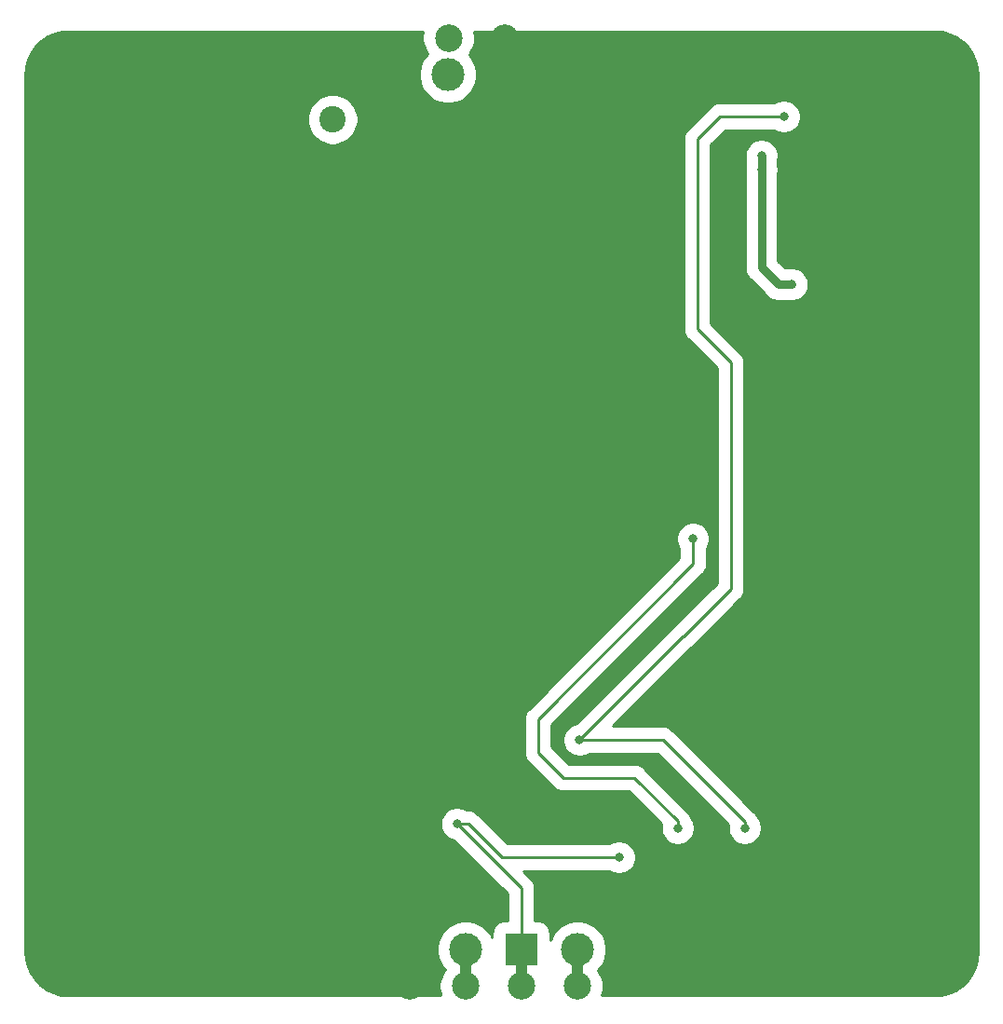
<source format=gbr>
G04 #@! TF.GenerationSoftware,KiCad,Pcbnew,(5.1.5)-3*
G04 #@! TF.CreationDate,2020-11-04T13:08:40-03:00*
G04 #@! TF.ProjectId,li-ion-backup,6c692d69-6f6e-42d6-9261-636b75702e6b,rev?*
G04 #@! TF.SameCoordinates,Original*
G04 #@! TF.FileFunction,Copper,L2,Bot*
G04 #@! TF.FilePolarity,Positive*
%FSLAX46Y46*%
G04 Gerber Fmt 4.6, Leading zero omitted, Abs format (unit mm)*
G04 Created by KiCad (PCBNEW (5.1.5)-3) date 2020-11-04 13:08:40*
%MOMM*%
%LPD*%
G04 APERTURE LIST*
%ADD10C,2.500000*%
%ADD11C,3.000000*%
%ADD12R,3.000000X3.000000*%
%ADD13C,2.400000*%
%ADD14C,0.800000*%
%ADD15C,6.400000*%
%ADD16C,0.150000*%
%ADD17C,0.500000*%
%ADD18C,1.000000*%
%ADD19C,0.250000*%
%ADD20C,0.750000*%
%ADD21C,0.254000*%
G04 APERTURE END LIST*
D10*
X203708000Y-146812000D03*
X198628000Y-146812000D03*
D11*
X203755000Y-143510000D03*
D12*
X198628000Y-143510000D03*
D13*
X181483000Y-68072000D03*
D10*
X193548000Y-146812000D03*
X188468000Y-146812000D03*
D11*
X193595000Y-143510000D03*
D12*
X188468000Y-143510000D03*
D10*
X192024000Y-60706000D03*
X197104000Y-60706000D03*
D11*
X191977000Y-64008000D03*
D12*
X197104000Y-64008000D03*
D14*
X159177056Y-62310944D03*
X157480000Y-61608000D03*
X155782944Y-62310944D03*
X155080000Y-64008000D03*
X155782944Y-65705056D03*
X157480000Y-66408000D03*
X159177056Y-65705056D03*
X159880000Y-64008000D03*
D15*
X157480000Y-64008000D03*
D14*
X159177056Y-114761944D03*
X157480000Y-114059000D03*
X155782944Y-114761944D03*
X155080000Y-116459000D03*
X155782944Y-118156056D03*
X157480000Y-118859000D03*
X159177056Y-118156056D03*
X159880000Y-116459000D03*
D15*
X157480000Y-116459000D03*
D14*
X237917056Y-62310944D03*
X236220000Y-61608000D03*
X234522944Y-62310944D03*
X233820000Y-64008000D03*
X234522944Y-65705056D03*
X236220000Y-66408000D03*
X237917056Y-65705056D03*
X238620000Y-64008000D03*
D15*
X236220000Y-64008000D03*
D14*
X237917056Y-142066944D03*
X236220000Y-141364000D03*
X234522944Y-142066944D03*
X233820000Y-143764000D03*
X234522944Y-145461056D03*
X236220000Y-146164000D03*
X237917056Y-145461056D03*
X238620000Y-143764000D03*
D15*
X236220000Y-143764000D03*
D14*
X159177056Y-142066944D03*
X157480000Y-141364000D03*
X155782944Y-142066944D03*
X155080000Y-143764000D03*
X155782944Y-145461056D03*
X157480000Y-146164000D03*
X159177056Y-145461056D03*
X159880000Y-143764000D03*
D15*
X157480000Y-143764000D03*
D14*
X159177056Y-89742944D03*
X157480000Y-89040000D03*
X155782944Y-89742944D03*
X155080000Y-91440000D03*
X155782944Y-93137056D03*
X157480000Y-93840000D03*
X159177056Y-93137056D03*
X159880000Y-91440000D03*
D15*
X157480000Y-91440000D03*
D14*
X237917056Y-114761944D03*
X236220000Y-114059000D03*
X234522944Y-114761944D03*
X233820000Y-116459000D03*
X234522944Y-118156056D03*
X236220000Y-118859000D03*
X237917056Y-118156056D03*
X238620000Y-116459000D03*
D15*
X236220000Y-116459000D03*
X236220000Y-91440000D03*
D14*
X238620000Y-91440000D03*
X237917056Y-93137056D03*
X236220000Y-93840000D03*
X234522944Y-93137056D03*
X233820000Y-91440000D03*
X234522944Y-89742944D03*
X236220000Y-89040000D03*
X237917056Y-89742944D03*
G04 #@! TA.AperFunction,Conductor*
D16*
G36*
X194780504Y-99951204D02*
G01*
X194804773Y-99954804D01*
X194828571Y-99960765D01*
X194851671Y-99969030D01*
X194873849Y-99979520D01*
X194894893Y-99992133D01*
X194914598Y-100006747D01*
X194932777Y-100023223D01*
X194949253Y-100041402D01*
X194963867Y-100061107D01*
X194976480Y-100082151D01*
X194986970Y-100104329D01*
X194995235Y-100127429D01*
X195001196Y-100151227D01*
X195004796Y-100175496D01*
X195006000Y-100200000D01*
X195006000Y-103000000D01*
X195004796Y-103024504D01*
X195001196Y-103048773D01*
X194995235Y-103072571D01*
X194986970Y-103095671D01*
X194976480Y-103117849D01*
X194963867Y-103138893D01*
X194949253Y-103158598D01*
X194932777Y-103176777D01*
X194914598Y-103193253D01*
X194894893Y-103207867D01*
X194873849Y-103220480D01*
X194851671Y-103230970D01*
X194828571Y-103239235D01*
X194804773Y-103245196D01*
X194780504Y-103248796D01*
X194756000Y-103250000D01*
X193356000Y-103250000D01*
X193331496Y-103248796D01*
X193307227Y-103245196D01*
X193283429Y-103239235D01*
X193260329Y-103230970D01*
X193238151Y-103220480D01*
X193217107Y-103207867D01*
X193197402Y-103193253D01*
X193179223Y-103176777D01*
X193162747Y-103158598D01*
X193148133Y-103138893D01*
X193135520Y-103117849D01*
X193125030Y-103095671D01*
X193116765Y-103072571D01*
X193110804Y-103048773D01*
X193107204Y-103024504D01*
X193106000Y-103000000D01*
X193106000Y-100200000D01*
X193107204Y-100175496D01*
X193110804Y-100151227D01*
X193116765Y-100127429D01*
X193125030Y-100104329D01*
X193135520Y-100082151D01*
X193148133Y-100061107D01*
X193162747Y-100041402D01*
X193179223Y-100023223D01*
X193197402Y-100006747D01*
X193217107Y-99992133D01*
X193238151Y-99979520D01*
X193260329Y-99969030D01*
X193283429Y-99960765D01*
X193307227Y-99954804D01*
X193331496Y-99951204D01*
X193356000Y-99950000D01*
X194756000Y-99950000D01*
X194780504Y-99951204D01*
G37*
G04 #@! TD.AperFunction*
D17*
X194756000Y-103000000D03*
X193356000Y-103000000D03*
X194756000Y-101600000D03*
X193356000Y-101600000D03*
X194756000Y-100200000D03*
X193356000Y-100200000D03*
D14*
X194056000Y-93726000D03*
X192024000Y-121158000D03*
X238252000Y-71120000D03*
X238252000Y-72390000D03*
X238252000Y-73660000D03*
X238252000Y-74930000D03*
X238252000Y-76200000D03*
X238252000Y-77470000D03*
X238252000Y-78740000D03*
X238252000Y-80010000D03*
X239522000Y-80010000D03*
X239522000Y-78740000D03*
X239522000Y-77470000D03*
X239522000Y-76200000D03*
X239522000Y-74930000D03*
X239522000Y-73660000D03*
X239522000Y-72390000D03*
X239522000Y-71120000D03*
X235712000Y-68326000D03*
X236982000Y-68326000D03*
X239522000Y-69596000D03*
X233172000Y-68326000D03*
X238252000Y-69596000D03*
X239522000Y-68326000D03*
X238252000Y-68326000D03*
X234442000Y-68326000D03*
X234442000Y-69596000D03*
X233172000Y-69596000D03*
X236982000Y-69596000D03*
X235712000Y-69596000D03*
X239522000Y-81534000D03*
X236982000Y-82804000D03*
X235712000Y-81534000D03*
X234442000Y-82804000D03*
X238252000Y-82804000D03*
X233172000Y-81534000D03*
X233172000Y-82804000D03*
X236982000Y-81534000D03*
X235712000Y-82804000D03*
X238252000Y-81534000D03*
X234442000Y-81534000D03*
X239522000Y-82804000D03*
X233172000Y-85344000D03*
X238252000Y-85344000D03*
X238252000Y-84074000D03*
X233172000Y-84074000D03*
X239522000Y-85344000D03*
X239522000Y-84074000D03*
X236982000Y-85344000D03*
X235712000Y-85344000D03*
X236982000Y-84074000D03*
X235712000Y-84074000D03*
X234442000Y-85344000D03*
X234442000Y-84074000D03*
X236982000Y-86614000D03*
X234442000Y-96774000D03*
X234442000Y-86614000D03*
X239522000Y-86614000D03*
X238252000Y-86614000D03*
X233172000Y-96774000D03*
X238252000Y-96774000D03*
X236982000Y-96774000D03*
X235712000Y-86614000D03*
X235712000Y-96774000D03*
X233172000Y-86614000D03*
X239522000Y-96774000D03*
X236982000Y-98044000D03*
X234442000Y-99314000D03*
X234442000Y-98044000D03*
X239522000Y-98044000D03*
X239522000Y-100584000D03*
X233172000Y-101854000D03*
X236982000Y-101854000D03*
X238252000Y-100584000D03*
X238252000Y-98044000D03*
X233172000Y-99314000D03*
X238252000Y-99314000D03*
X238252000Y-101854000D03*
X236982000Y-100584000D03*
X236982000Y-99314000D03*
X235712000Y-98044000D03*
X239522000Y-101854000D03*
X234442000Y-100584000D03*
X235712000Y-99314000D03*
X235712000Y-100584000D03*
X235712000Y-101854000D03*
X233172000Y-98044000D03*
X234442000Y-101854000D03*
X233172000Y-100584000D03*
X239522000Y-99314000D03*
X236982000Y-103124000D03*
X234442000Y-104394000D03*
X234442000Y-103124000D03*
X239522000Y-103124000D03*
X239522000Y-105664000D03*
X233172000Y-106934000D03*
X236982000Y-106934000D03*
X238252000Y-105664000D03*
X238252000Y-103124000D03*
X233172000Y-104394000D03*
X238252000Y-104394000D03*
X238252000Y-106934000D03*
X236982000Y-105664000D03*
X236982000Y-104394000D03*
X235712000Y-103124000D03*
X239522000Y-106934000D03*
X234442000Y-105664000D03*
X235712000Y-104394000D03*
X235712000Y-105664000D03*
X235712000Y-106934000D03*
X233172000Y-103124000D03*
X234442000Y-106934000D03*
X233172000Y-105664000D03*
X239522000Y-104394000D03*
X233172000Y-109474000D03*
X239522000Y-109474000D03*
X239522000Y-110744000D03*
X235712000Y-109474000D03*
X233172000Y-121158000D03*
X236982000Y-121158000D03*
X236982000Y-109474000D03*
X236982000Y-108204000D03*
X234442000Y-121158000D03*
X235712000Y-110744000D03*
X238252000Y-108204000D03*
X235712000Y-121158000D03*
X233172000Y-110744000D03*
X236982000Y-110744000D03*
X238252000Y-110744000D03*
X233172000Y-108204000D03*
X239522000Y-108204000D03*
X234442000Y-108204000D03*
X238252000Y-121158000D03*
X234442000Y-110744000D03*
X238252000Y-109474000D03*
X234442000Y-109474000D03*
X235712000Y-108204000D03*
X239522000Y-121158000D03*
X236982000Y-124968000D03*
X236982000Y-122428000D03*
X239522000Y-130048000D03*
X233172000Y-122428000D03*
X234442000Y-128778000D03*
X235712000Y-123698000D03*
X238252000Y-124968000D03*
X239522000Y-127508000D03*
X235712000Y-126238000D03*
X235712000Y-128778000D03*
X238252000Y-130048000D03*
X235712000Y-122428000D03*
X239522000Y-123698000D03*
X236982000Y-126238000D03*
X239522000Y-122428000D03*
X233172000Y-128778000D03*
X233172000Y-127508000D03*
X236982000Y-127508000D03*
X233172000Y-126238000D03*
X238252000Y-127508000D03*
X234442000Y-122428000D03*
X236982000Y-123698000D03*
X235712000Y-130048000D03*
X234442000Y-123698000D03*
X235712000Y-127508000D03*
X236982000Y-130048000D03*
X233172000Y-123698000D03*
X234442000Y-130048000D03*
X238252000Y-122428000D03*
X233172000Y-130048000D03*
X238252000Y-123698000D03*
X239522000Y-126238000D03*
X236982000Y-128778000D03*
X239522000Y-124968000D03*
X234442000Y-124968000D03*
X238252000Y-126238000D03*
X234442000Y-127508000D03*
X235712000Y-124968000D03*
X233172000Y-124968000D03*
X239522000Y-128778000D03*
X234442000Y-126238000D03*
X238252000Y-128778000D03*
X197865996Y-89662000D03*
X199644000Y-86106000D03*
X161036000Y-106426000D03*
X160782000Y-122428000D03*
X203454000Y-83312000D03*
X201422000Y-91440000D03*
X196596000Y-127520000D03*
X205613000Y-129921000D03*
X212852000Y-132461000D03*
X214249000Y-106172000D03*
X223244000Y-83058000D03*
X221996000Y-83058000D03*
X220472000Y-72644000D03*
X220472000Y-71374000D03*
X203945500Y-124460000D03*
X222504000Y-67818000D03*
X218948000Y-132461000D03*
X192786000Y-132080000D03*
X207518000Y-135128000D03*
D18*
X203708000Y-146812000D02*
X203708000Y-143510000D01*
X193548000Y-146812000D02*
X193548000Y-143510000D01*
D19*
X214249000Y-106172000D02*
X214249000Y-106172000D01*
X200152000Y-122555000D02*
X214249000Y-108458000D01*
X214249000Y-108458000D02*
X214249000Y-106172000D01*
X212852000Y-132461000D02*
X212852000Y-131826000D01*
X202438000Y-127889000D02*
X200152000Y-125603000D01*
X212852000Y-131826000D02*
X208915000Y-127889000D01*
X208915000Y-127889000D02*
X202438000Y-127889000D01*
X200152000Y-125603000D02*
X200152000Y-122555000D01*
D20*
X221996000Y-83058000D02*
X223244000Y-83058000D01*
X221996000Y-83058000D02*
X220472000Y-81534000D01*
X220472000Y-72644000D02*
X220472000Y-71374000D01*
X220472000Y-71939685D02*
X220472000Y-71374000D01*
X220472000Y-81534000D02*
X220472000Y-71939685D01*
D19*
X222504000Y-67818000D02*
X222504000Y-67818000D01*
X214630000Y-69850000D02*
X216662000Y-67818000D01*
X214630000Y-87122000D02*
X214630000Y-69850000D01*
X216662000Y-67818000D02*
X222504000Y-67818000D01*
X217678000Y-110744000D02*
X217678000Y-90170000D01*
X213360000Y-115062000D02*
X217678000Y-110744000D01*
X213343500Y-115062000D02*
X213360000Y-115062000D01*
X203945500Y-124460000D02*
X213343500Y-115062000D01*
X217678000Y-90170000D02*
X214630000Y-87122000D01*
X204511185Y-124460000D02*
X203945500Y-124460000D01*
X211512685Y-124460000D02*
X204511185Y-124460000D01*
X218948000Y-131895315D02*
X211512685Y-124460000D01*
X218948000Y-132461000D02*
X218948000Y-131895315D01*
D18*
X198628000Y-146812000D02*
X198628000Y-143510000D01*
D19*
X198628000Y-143510000D02*
X198628000Y-137922000D01*
X198628000Y-137922000D02*
X192786000Y-132080000D01*
X192786000Y-132080000D02*
X192786000Y-132080000D01*
X207518000Y-135128000D02*
X196850000Y-135128000D01*
X193802000Y-132080000D02*
X192786000Y-132080000D01*
X196850000Y-135128000D02*
X193802000Y-132080000D01*
D21*
G36*
X189647000Y-60471886D02*
G01*
X189647000Y-60940114D01*
X189738347Y-61399345D01*
X189917530Y-61831932D01*
X190125973Y-62143888D01*
X189936476Y-62333385D01*
X189648983Y-62763649D01*
X189450954Y-63241732D01*
X189350000Y-63749263D01*
X189350000Y-64266737D01*
X189450954Y-64774268D01*
X189648983Y-65252351D01*
X189936476Y-65682615D01*
X190302385Y-66048524D01*
X190732649Y-66336017D01*
X191210732Y-66534046D01*
X191718263Y-66635000D01*
X192235737Y-66635000D01*
X192743268Y-66534046D01*
X193221351Y-66336017D01*
X193651615Y-66048524D01*
X194017524Y-65682615D01*
X194305017Y-65252351D01*
X194503046Y-64774268D01*
X194604000Y-64266737D01*
X194604000Y-63749263D01*
X194503046Y-63241732D01*
X194305017Y-62763649D01*
X194017524Y-62333385D01*
X193884376Y-62200237D01*
X194130470Y-61831932D01*
X194309653Y-61399345D01*
X194401000Y-60940114D01*
X194401000Y-60471886D01*
X194323049Y-60080000D01*
X236168699Y-60080000D01*
X236914777Y-60146585D01*
X237587592Y-60330647D01*
X238217183Y-60630947D01*
X238783646Y-61037991D01*
X239269070Y-61538910D01*
X239658120Y-62117877D01*
X239938496Y-62756589D01*
X240103459Y-63443715D01*
X240148000Y-64050239D01*
X240148001Y-143712688D01*
X240081414Y-144458778D01*
X239897354Y-145131591D01*
X239597052Y-145761186D01*
X239190009Y-146327646D01*
X238689090Y-146813070D01*
X238110120Y-147202122D01*
X237471411Y-147482496D01*
X236784285Y-147647459D01*
X236177761Y-147692000D01*
X205916338Y-147692000D01*
X205993653Y-147505345D01*
X206085000Y-147046114D01*
X206085000Y-146577886D01*
X205993653Y-146118655D01*
X205814470Y-145686068D01*
X205606027Y-145374112D01*
X205795524Y-145184615D01*
X206083017Y-144754351D01*
X206281046Y-144276268D01*
X206382000Y-143768737D01*
X206382000Y-143251263D01*
X206281046Y-142743732D01*
X206083017Y-142265649D01*
X205795524Y-141835385D01*
X205429615Y-141469476D01*
X204999351Y-141181983D01*
X204521268Y-140983954D01*
X204013737Y-140883000D01*
X203496263Y-140883000D01*
X202988732Y-140983954D01*
X202510649Y-141181983D01*
X202080385Y-141469476D01*
X201714476Y-141835385D01*
X201426983Y-142265649D01*
X201260453Y-142667687D01*
X201260453Y-142010000D01*
X201238693Y-141789069D01*
X201174250Y-141576629D01*
X201069600Y-141380843D01*
X200928765Y-141209235D01*
X200757157Y-141068400D01*
X200561371Y-140963750D01*
X200348931Y-140899307D01*
X200128000Y-140877547D01*
X199880000Y-140877547D01*
X199880000Y-137983496D01*
X199886057Y-137922000D01*
X199880000Y-137860502D01*
X199861884Y-137676565D01*
X199790293Y-137440562D01*
X199674036Y-137223061D01*
X199517581Y-137032419D01*
X199469808Y-136993213D01*
X198856595Y-136380000D01*
X206643222Y-136380000D01*
X206794694Y-136481210D01*
X207072590Y-136596319D01*
X207367604Y-136655000D01*
X207668396Y-136655000D01*
X207963410Y-136596319D01*
X208241306Y-136481210D01*
X208491406Y-136314099D01*
X208704099Y-136101406D01*
X208871210Y-135851306D01*
X208986319Y-135573410D01*
X209045000Y-135278396D01*
X209045000Y-134977604D01*
X208986319Y-134682590D01*
X208871210Y-134404694D01*
X208704099Y-134154594D01*
X208491406Y-133941901D01*
X208241306Y-133774790D01*
X207963410Y-133659681D01*
X207668396Y-133601000D01*
X207367604Y-133601000D01*
X207072590Y-133659681D01*
X206794694Y-133774790D01*
X206643222Y-133876000D01*
X197368595Y-133876000D01*
X194730787Y-131238192D01*
X194691581Y-131190419D01*
X194500939Y-131033964D01*
X194283438Y-130917707D01*
X194047435Y-130846116D01*
X193863498Y-130828000D01*
X193863496Y-130828000D01*
X193802000Y-130821943D01*
X193740504Y-130828000D01*
X193660778Y-130828000D01*
X193509306Y-130726790D01*
X193231410Y-130611681D01*
X192936396Y-130553000D01*
X192635604Y-130553000D01*
X192340590Y-130611681D01*
X192062694Y-130726790D01*
X191812594Y-130893901D01*
X191599901Y-131106594D01*
X191432790Y-131356694D01*
X191317681Y-131634590D01*
X191259000Y-131929604D01*
X191259000Y-132230396D01*
X191317681Y-132525410D01*
X191432790Y-132803306D01*
X191599901Y-133053406D01*
X191812594Y-133266099D01*
X192062694Y-133433210D01*
X192340590Y-133548319D01*
X192519264Y-133583859D01*
X197376001Y-138440596D01*
X197376000Y-140877547D01*
X197128000Y-140877547D01*
X196907069Y-140899307D01*
X196694629Y-140963750D01*
X196498843Y-141068400D01*
X196327235Y-141209235D01*
X196186400Y-141380843D01*
X196081750Y-141576629D01*
X196017307Y-141789069D01*
X195995547Y-142010000D01*
X195995547Y-142440751D01*
X195923017Y-142265649D01*
X195635524Y-141835385D01*
X195269615Y-141469476D01*
X194839351Y-141181983D01*
X194361268Y-140983954D01*
X193853737Y-140883000D01*
X193336263Y-140883000D01*
X192828732Y-140983954D01*
X192350649Y-141181983D01*
X191920385Y-141469476D01*
X191554476Y-141835385D01*
X191266983Y-142265649D01*
X191068954Y-142743732D01*
X190968000Y-143251263D01*
X190968000Y-143768737D01*
X191068954Y-144276268D01*
X191266983Y-144754351D01*
X191554476Y-145184615D01*
X191687624Y-145317763D01*
X191441530Y-145686068D01*
X191262347Y-146118655D01*
X191171000Y-146577886D01*
X191171000Y-147046114D01*
X191262347Y-147505345D01*
X191339662Y-147692000D01*
X157531301Y-147692000D01*
X156785222Y-147625414D01*
X156112409Y-147441354D01*
X155482814Y-147141052D01*
X154916354Y-146734009D01*
X154430930Y-146233090D01*
X154041878Y-145654120D01*
X153761504Y-145015411D01*
X153596541Y-144328285D01*
X153552000Y-143721761D01*
X153552000Y-122555000D01*
X198893943Y-122555000D01*
X198900001Y-122616505D01*
X198900000Y-125541504D01*
X198893943Y-125603000D01*
X198900000Y-125664496D01*
X198900000Y-125664497D01*
X198918116Y-125848434D01*
X198989707Y-126084437D01*
X199105964Y-126301938D01*
X199262419Y-126492581D01*
X199310192Y-126531787D01*
X201509216Y-128730812D01*
X201548419Y-128778581D01*
X201596187Y-128817783D01*
X201739060Y-128935036D01*
X201956562Y-129051293D01*
X202192565Y-129122884D01*
X202376502Y-129141000D01*
X202376503Y-129141000D01*
X202437999Y-129147057D01*
X202499495Y-129141000D01*
X208396405Y-129141000D01*
X211364985Y-132109580D01*
X211325000Y-132310604D01*
X211325000Y-132611396D01*
X211383681Y-132906410D01*
X211498790Y-133184306D01*
X211665901Y-133434406D01*
X211878594Y-133647099D01*
X212128694Y-133814210D01*
X212406590Y-133929319D01*
X212701604Y-133988000D01*
X213002396Y-133988000D01*
X213297410Y-133929319D01*
X213575306Y-133814210D01*
X213825406Y-133647099D01*
X214038099Y-133434406D01*
X214205210Y-133184306D01*
X214320319Y-132906410D01*
X214379000Y-132611396D01*
X214379000Y-132310604D01*
X214320319Y-132015590D01*
X214205210Y-131737694D01*
X214073963Y-131541269D01*
X214014293Y-131344562D01*
X213898036Y-131127061D01*
X213741581Y-130936419D01*
X213693808Y-130897213D01*
X209843787Y-127047192D01*
X209804581Y-126999419D01*
X209613939Y-126842964D01*
X209396438Y-126726707D01*
X209160435Y-126655116D01*
X208976498Y-126637000D01*
X208976496Y-126637000D01*
X208915000Y-126630943D01*
X208853504Y-126637000D01*
X202956596Y-126637000D01*
X201404000Y-125084405D01*
X201404000Y-124309604D01*
X202418500Y-124309604D01*
X202418500Y-124610396D01*
X202477181Y-124905410D01*
X202592290Y-125183306D01*
X202759401Y-125433406D01*
X202972094Y-125646099D01*
X203222194Y-125813210D01*
X203500090Y-125928319D01*
X203795104Y-125987000D01*
X204095896Y-125987000D01*
X204390910Y-125928319D01*
X204668806Y-125813210D01*
X204820278Y-125712000D01*
X210994090Y-125712000D01*
X217449485Y-132167396D01*
X217421000Y-132310604D01*
X217421000Y-132611396D01*
X217479681Y-132906410D01*
X217594790Y-133184306D01*
X217761901Y-133434406D01*
X217974594Y-133647099D01*
X218224694Y-133814210D01*
X218502590Y-133929319D01*
X218797604Y-133988000D01*
X219098396Y-133988000D01*
X219393410Y-133929319D01*
X219671306Y-133814210D01*
X219921406Y-133647099D01*
X220134099Y-133434406D01*
X220301210Y-133184306D01*
X220416319Y-132906410D01*
X220475000Y-132611396D01*
X220475000Y-132310604D01*
X220416319Y-132015590D01*
X220301210Y-131737694D01*
X220134099Y-131487594D01*
X220132026Y-131485521D01*
X220110293Y-131413878D01*
X220110293Y-131413877D01*
X219994036Y-131196375D01*
X219876783Y-131053502D01*
X219837581Y-131005734D01*
X219789813Y-130966532D01*
X212441472Y-123618192D01*
X212402266Y-123570419D01*
X212211624Y-123413964D01*
X211994123Y-123297707D01*
X211758120Y-123226116D01*
X211574183Y-123208000D01*
X211574181Y-123208000D01*
X211512685Y-123201943D01*
X211451189Y-123208000D01*
X206968095Y-123208000D01*
X214109802Y-116066294D01*
X214249581Y-115951581D01*
X214288787Y-115903808D01*
X218519814Y-111672782D01*
X218567581Y-111633581D01*
X218606783Y-111585813D01*
X218724036Y-111442940D01*
X218840293Y-111225438D01*
X218840293Y-111225437D01*
X218911884Y-110989435D01*
X218930000Y-110805498D01*
X218930000Y-110805497D01*
X218936057Y-110744001D01*
X218930000Y-110682505D01*
X218930000Y-90231496D01*
X218936057Y-90170000D01*
X218930000Y-90108502D01*
X218911884Y-89924565D01*
X218840293Y-89688562D01*
X218724036Y-89471061D01*
X218567581Y-89280419D01*
X218519808Y-89241213D01*
X215882000Y-86603405D01*
X215882000Y-71223604D01*
X218945000Y-71223604D01*
X218945000Y-71524396D01*
X218970000Y-71650081D01*
X218970000Y-72367919D01*
X218945000Y-72493604D01*
X218945000Y-72794396D01*
X218970001Y-72920086D01*
X218970000Y-81460216D01*
X218962733Y-81534000D01*
X218970000Y-81607782D01*
X218991733Y-81828442D01*
X219077619Y-82111570D01*
X219217090Y-82372503D01*
X219404787Y-82601213D01*
X219462109Y-82648256D01*
X220738706Y-83924854D01*
X220809901Y-84031406D01*
X221022594Y-84244099D01*
X221272694Y-84411210D01*
X221550590Y-84526319D01*
X221845604Y-84585000D01*
X222146396Y-84585000D01*
X222272081Y-84560000D01*
X222967919Y-84560000D01*
X223093604Y-84585000D01*
X223394396Y-84585000D01*
X223689410Y-84526319D01*
X223967306Y-84411210D01*
X224217406Y-84244099D01*
X224430099Y-84031406D01*
X224597210Y-83781306D01*
X224712319Y-83503410D01*
X224771000Y-83208396D01*
X224771000Y-82907604D01*
X224712319Y-82612590D01*
X224597210Y-82334694D01*
X224430099Y-82084594D01*
X224217406Y-81871901D01*
X223967306Y-81704790D01*
X223689410Y-81589681D01*
X223394396Y-81531000D01*
X223093604Y-81531000D01*
X222967919Y-81556000D01*
X222618148Y-81556000D01*
X221974000Y-80911852D01*
X221974000Y-72920081D01*
X221999000Y-72794396D01*
X221999000Y-72493604D01*
X221974000Y-72367919D01*
X221974000Y-71650081D01*
X221999000Y-71524396D01*
X221999000Y-71223604D01*
X221940319Y-70928590D01*
X221825210Y-70650694D01*
X221658099Y-70400594D01*
X221445406Y-70187901D01*
X221195306Y-70020790D01*
X220917410Y-69905681D01*
X220622396Y-69847000D01*
X220321604Y-69847000D01*
X220026590Y-69905681D01*
X219748694Y-70020790D01*
X219498594Y-70187901D01*
X219285901Y-70400594D01*
X219118790Y-70650694D01*
X219003681Y-70928590D01*
X218945000Y-71223604D01*
X215882000Y-71223604D01*
X215882000Y-70368595D01*
X217180596Y-69070000D01*
X221629222Y-69070000D01*
X221780694Y-69171210D01*
X222058590Y-69286319D01*
X222353604Y-69345000D01*
X222654396Y-69345000D01*
X222949410Y-69286319D01*
X223227306Y-69171210D01*
X223477406Y-69004099D01*
X223690099Y-68791406D01*
X223857210Y-68541306D01*
X223972319Y-68263410D01*
X224031000Y-67968396D01*
X224031000Y-67667604D01*
X223972319Y-67372590D01*
X223857210Y-67094694D01*
X223690099Y-66844594D01*
X223477406Y-66631901D01*
X223227306Y-66464790D01*
X222949410Y-66349681D01*
X222654396Y-66291000D01*
X222353604Y-66291000D01*
X222058590Y-66349681D01*
X221780694Y-66464790D01*
X221629222Y-66566000D01*
X216723496Y-66566000D01*
X216662000Y-66559943D01*
X216600504Y-66566000D01*
X216600502Y-66566000D01*
X216416565Y-66584116D01*
X216180562Y-66655707D01*
X215963061Y-66771964D01*
X215772419Y-66928419D01*
X215733217Y-66976187D01*
X213788188Y-68921217D01*
X213740420Y-68960419D01*
X213701218Y-69008187D01*
X213701217Y-69008188D01*
X213583964Y-69151062D01*
X213467707Y-69368563D01*
X213396117Y-69604566D01*
X213371943Y-69850000D01*
X213378001Y-69911506D01*
X213378000Y-87060504D01*
X213371943Y-87122000D01*
X213378000Y-87183496D01*
X213378000Y-87183497D01*
X213396116Y-87367434D01*
X213467707Y-87603437D01*
X213583964Y-87820938D01*
X213740419Y-88011581D01*
X213788192Y-88050787D01*
X216426001Y-90688596D01*
X216426000Y-110225404D01*
X212593707Y-114057698D01*
X212501687Y-114133217D01*
X212453919Y-114172419D01*
X212414717Y-114220187D01*
X203678764Y-122956141D01*
X203500090Y-122991681D01*
X203222194Y-123106790D01*
X202972094Y-123273901D01*
X202759401Y-123486594D01*
X202592290Y-123736694D01*
X202477181Y-124014590D01*
X202418500Y-124309604D01*
X201404000Y-124309604D01*
X201404000Y-123073595D01*
X215090809Y-109386786D01*
X215138581Y-109347581D01*
X215295036Y-109156939D01*
X215411293Y-108939438D01*
X215482884Y-108703435D01*
X215501000Y-108519498D01*
X215501000Y-108519496D01*
X215507057Y-108458000D01*
X215501000Y-108396504D01*
X215501000Y-107046778D01*
X215602210Y-106895306D01*
X215717319Y-106617410D01*
X215776000Y-106322396D01*
X215776000Y-106021604D01*
X215717319Y-105726590D01*
X215602210Y-105448694D01*
X215435099Y-105198594D01*
X215222406Y-104985901D01*
X214972306Y-104818790D01*
X214694410Y-104703681D01*
X214399396Y-104645000D01*
X214098604Y-104645000D01*
X213803590Y-104703681D01*
X213525694Y-104818790D01*
X213275594Y-104985901D01*
X213062901Y-105198594D01*
X212895790Y-105448694D01*
X212780681Y-105726590D01*
X212722000Y-106021604D01*
X212722000Y-106322396D01*
X212780681Y-106617410D01*
X212895790Y-106895306D01*
X212997001Y-107046779D01*
X212997000Y-107939405D01*
X199310188Y-121626217D01*
X199262420Y-121665419D01*
X199223218Y-121713187D01*
X199223217Y-121713188D01*
X199105964Y-121856062D01*
X198989707Y-122073563D01*
X198918117Y-122309566D01*
X198893943Y-122555000D01*
X153552000Y-122555000D01*
X153552000Y-67842811D01*
X179156000Y-67842811D01*
X179156000Y-68301189D01*
X179245426Y-68750761D01*
X179420840Y-69174248D01*
X179675501Y-69555376D01*
X179999624Y-69879499D01*
X180380752Y-70134160D01*
X180804239Y-70309574D01*
X181253811Y-70399000D01*
X181712189Y-70399000D01*
X182161761Y-70309574D01*
X182585248Y-70134160D01*
X182966376Y-69879499D01*
X183290499Y-69555376D01*
X183545160Y-69174248D01*
X183720574Y-68750761D01*
X183810000Y-68301189D01*
X183810000Y-67842811D01*
X183720574Y-67393239D01*
X183545160Y-66969752D01*
X183290499Y-66588624D01*
X182966376Y-66264501D01*
X182585248Y-66009840D01*
X182161761Y-65834426D01*
X181712189Y-65745000D01*
X181253811Y-65745000D01*
X180804239Y-65834426D01*
X180380752Y-66009840D01*
X179999624Y-66264501D01*
X179675501Y-66588624D01*
X179420840Y-66969752D01*
X179245426Y-67393239D01*
X179156000Y-67842811D01*
X153552000Y-67842811D01*
X153552000Y-64059301D01*
X153618585Y-63313223D01*
X153802647Y-62640408D01*
X154102947Y-62010817D01*
X154509991Y-61444354D01*
X155010910Y-60958930D01*
X155589877Y-60569880D01*
X156228589Y-60289504D01*
X156915715Y-60124541D01*
X157522239Y-60080000D01*
X189724951Y-60080000D01*
X189647000Y-60471886D01*
G37*
X189647000Y-60471886D02*
X189647000Y-60940114D01*
X189738347Y-61399345D01*
X189917530Y-61831932D01*
X190125973Y-62143888D01*
X189936476Y-62333385D01*
X189648983Y-62763649D01*
X189450954Y-63241732D01*
X189350000Y-63749263D01*
X189350000Y-64266737D01*
X189450954Y-64774268D01*
X189648983Y-65252351D01*
X189936476Y-65682615D01*
X190302385Y-66048524D01*
X190732649Y-66336017D01*
X191210732Y-66534046D01*
X191718263Y-66635000D01*
X192235737Y-66635000D01*
X192743268Y-66534046D01*
X193221351Y-66336017D01*
X193651615Y-66048524D01*
X194017524Y-65682615D01*
X194305017Y-65252351D01*
X194503046Y-64774268D01*
X194604000Y-64266737D01*
X194604000Y-63749263D01*
X194503046Y-63241732D01*
X194305017Y-62763649D01*
X194017524Y-62333385D01*
X193884376Y-62200237D01*
X194130470Y-61831932D01*
X194309653Y-61399345D01*
X194401000Y-60940114D01*
X194401000Y-60471886D01*
X194323049Y-60080000D01*
X236168699Y-60080000D01*
X236914777Y-60146585D01*
X237587592Y-60330647D01*
X238217183Y-60630947D01*
X238783646Y-61037991D01*
X239269070Y-61538910D01*
X239658120Y-62117877D01*
X239938496Y-62756589D01*
X240103459Y-63443715D01*
X240148000Y-64050239D01*
X240148001Y-143712688D01*
X240081414Y-144458778D01*
X239897354Y-145131591D01*
X239597052Y-145761186D01*
X239190009Y-146327646D01*
X238689090Y-146813070D01*
X238110120Y-147202122D01*
X237471411Y-147482496D01*
X236784285Y-147647459D01*
X236177761Y-147692000D01*
X205916338Y-147692000D01*
X205993653Y-147505345D01*
X206085000Y-147046114D01*
X206085000Y-146577886D01*
X205993653Y-146118655D01*
X205814470Y-145686068D01*
X205606027Y-145374112D01*
X205795524Y-145184615D01*
X206083017Y-144754351D01*
X206281046Y-144276268D01*
X206382000Y-143768737D01*
X206382000Y-143251263D01*
X206281046Y-142743732D01*
X206083017Y-142265649D01*
X205795524Y-141835385D01*
X205429615Y-141469476D01*
X204999351Y-141181983D01*
X204521268Y-140983954D01*
X204013737Y-140883000D01*
X203496263Y-140883000D01*
X202988732Y-140983954D01*
X202510649Y-141181983D01*
X202080385Y-141469476D01*
X201714476Y-141835385D01*
X201426983Y-142265649D01*
X201260453Y-142667687D01*
X201260453Y-142010000D01*
X201238693Y-141789069D01*
X201174250Y-141576629D01*
X201069600Y-141380843D01*
X200928765Y-141209235D01*
X200757157Y-141068400D01*
X200561371Y-140963750D01*
X200348931Y-140899307D01*
X200128000Y-140877547D01*
X199880000Y-140877547D01*
X199880000Y-137983496D01*
X199886057Y-137922000D01*
X199880000Y-137860502D01*
X199861884Y-137676565D01*
X199790293Y-137440562D01*
X199674036Y-137223061D01*
X199517581Y-137032419D01*
X199469808Y-136993213D01*
X198856595Y-136380000D01*
X206643222Y-136380000D01*
X206794694Y-136481210D01*
X207072590Y-136596319D01*
X207367604Y-136655000D01*
X207668396Y-136655000D01*
X207963410Y-136596319D01*
X208241306Y-136481210D01*
X208491406Y-136314099D01*
X208704099Y-136101406D01*
X208871210Y-135851306D01*
X208986319Y-135573410D01*
X209045000Y-135278396D01*
X209045000Y-134977604D01*
X208986319Y-134682590D01*
X208871210Y-134404694D01*
X208704099Y-134154594D01*
X208491406Y-133941901D01*
X208241306Y-133774790D01*
X207963410Y-133659681D01*
X207668396Y-133601000D01*
X207367604Y-133601000D01*
X207072590Y-133659681D01*
X206794694Y-133774790D01*
X206643222Y-133876000D01*
X197368595Y-133876000D01*
X194730787Y-131238192D01*
X194691581Y-131190419D01*
X194500939Y-131033964D01*
X194283438Y-130917707D01*
X194047435Y-130846116D01*
X193863498Y-130828000D01*
X193863496Y-130828000D01*
X193802000Y-130821943D01*
X193740504Y-130828000D01*
X193660778Y-130828000D01*
X193509306Y-130726790D01*
X193231410Y-130611681D01*
X192936396Y-130553000D01*
X192635604Y-130553000D01*
X192340590Y-130611681D01*
X192062694Y-130726790D01*
X191812594Y-130893901D01*
X191599901Y-131106594D01*
X191432790Y-131356694D01*
X191317681Y-131634590D01*
X191259000Y-131929604D01*
X191259000Y-132230396D01*
X191317681Y-132525410D01*
X191432790Y-132803306D01*
X191599901Y-133053406D01*
X191812594Y-133266099D01*
X192062694Y-133433210D01*
X192340590Y-133548319D01*
X192519264Y-133583859D01*
X197376001Y-138440596D01*
X197376000Y-140877547D01*
X197128000Y-140877547D01*
X196907069Y-140899307D01*
X196694629Y-140963750D01*
X196498843Y-141068400D01*
X196327235Y-141209235D01*
X196186400Y-141380843D01*
X196081750Y-141576629D01*
X196017307Y-141789069D01*
X195995547Y-142010000D01*
X195995547Y-142440751D01*
X195923017Y-142265649D01*
X195635524Y-141835385D01*
X195269615Y-141469476D01*
X194839351Y-141181983D01*
X194361268Y-140983954D01*
X193853737Y-140883000D01*
X193336263Y-140883000D01*
X192828732Y-140983954D01*
X192350649Y-141181983D01*
X191920385Y-141469476D01*
X191554476Y-141835385D01*
X191266983Y-142265649D01*
X191068954Y-142743732D01*
X190968000Y-143251263D01*
X190968000Y-143768737D01*
X191068954Y-144276268D01*
X191266983Y-144754351D01*
X191554476Y-145184615D01*
X191687624Y-145317763D01*
X191441530Y-145686068D01*
X191262347Y-146118655D01*
X191171000Y-146577886D01*
X191171000Y-147046114D01*
X191262347Y-147505345D01*
X191339662Y-147692000D01*
X157531301Y-147692000D01*
X156785222Y-147625414D01*
X156112409Y-147441354D01*
X155482814Y-147141052D01*
X154916354Y-146734009D01*
X154430930Y-146233090D01*
X154041878Y-145654120D01*
X153761504Y-145015411D01*
X153596541Y-144328285D01*
X153552000Y-143721761D01*
X153552000Y-122555000D01*
X198893943Y-122555000D01*
X198900001Y-122616505D01*
X198900000Y-125541504D01*
X198893943Y-125603000D01*
X198900000Y-125664496D01*
X198900000Y-125664497D01*
X198918116Y-125848434D01*
X198989707Y-126084437D01*
X199105964Y-126301938D01*
X199262419Y-126492581D01*
X199310192Y-126531787D01*
X201509216Y-128730812D01*
X201548419Y-128778581D01*
X201596187Y-128817783D01*
X201739060Y-128935036D01*
X201956562Y-129051293D01*
X202192565Y-129122884D01*
X202376502Y-129141000D01*
X202376503Y-129141000D01*
X202437999Y-129147057D01*
X202499495Y-129141000D01*
X208396405Y-129141000D01*
X211364985Y-132109580D01*
X211325000Y-132310604D01*
X211325000Y-132611396D01*
X211383681Y-132906410D01*
X211498790Y-133184306D01*
X211665901Y-133434406D01*
X211878594Y-133647099D01*
X212128694Y-133814210D01*
X212406590Y-133929319D01*
X212701604Y-133988000D01*
X213002396Y-133988000D01*
X213297410Y-133929319D01*
X213575306Y-133814210D01*
X213825406Y-133647099D01*
X214038099Y-133434406D01*
X214205210Y-133184306D01*
X214320319Y-132906410D01*
X214379000Y-132611396D01*
X214379000Y-132310604D01*
X214320319Y-132015590D01*
X214205210Y-131737694D01*
X214073963Y-131541269D01*
X214014293Y-131344562D01*
X213898036Y-131127061D01*
X213741581Y-130936419D01*
X213693808Y-130897213D01*
X209843787Y-127047192D01*
X209804581Y-126999419D01*
X209613939Y-126842964D01*
X209396438Y-126726707D01*
X209160435Y-126655116D01*
X208976498Y-126637000D01*
X208976496Y-126637000D01*
X208915000Y-126630943D01*
X208853504Y-126637000D01*
X202956596Y-126637000D01*
X201404000Y-125084405D01*
X201404000Y-124309604D01*
X202418500Y-124309604D01*
X202418500Y-124610396D01*
X202477181Y-124905410D01*
X202592290Y-125183306D01*
X202759401Y-125433406D01*
X202972094Y-125646099D01*
X203222194Y-125813210D01*
X203500090Y-125928319D01*
X203795104Y-125987000D01*
X204095896Y-125987000D01*
X204390910Y-125928319D01*
X204668806Y-125813210D01*
X204820278Y-125712000D01*
X210994090Y-125712000D01*
X217449485Y-132167396D01*
X217421000Y-132310604D01*
X217421000Y-132611396D01*
X217479681Y-132906410D01*
X217594790Y-133184306D01*
X217761901Y-133434406D01*
X217974594Y-133647099D01*
X218224694Y-133814210D01*
X218502590Y-133929319D01*
X218797604Y-133988000D01*
X219098396Y-133988000D01*
X219393410Y-133929319D01*
X219671306Y-133814210D01*
X219921406Y-133647099D01*
X220134099Y-133434406D01*
X220301210Y-133184306D01*
X220416319Y-132906410D01*
X220475000Y-132611396D01*
X220475000Y-132310604D01*
X220416319Y-132015590D01*
X220301210Y-131737694D01*
X220134099Y-131487594D01*
X220132026Y-131485521D01*
X220110293Y-131413878D01*
X220110293Y-131413877D01*
X219994036Y-131196375D01*
X219876783Y-131053502D01*
X219837581Y-131005734D01*
X219789813Y-130966532D01*
X212441472Y-123618192D01*
X212402266Y-123570419D01*
X212211624Y-123413964D01*
X211994123Y-123297707D01*
X211758120Y-123226116D01*
X211574183Y-123208000D01*
X211574181Y-123208000D01*
X211512685Y-123201943D01*
X211451189Y-123208000D01*
X206968095Y-123208000D01*
X214109802Y-116066294D01*
X214249581Y-115951581D01*
X214288787Y-115903808D01*
X218519814Y-111672782D01*
X218567581Y-111633581D01*
X218606783Y-111585813D01*
X218724036Y-111442940D01*
X218840293Y-111225438D01*
X218840293Y-111225437D01*
X218911884Y-110989435D01*
X218930000Y-110805498D01*
X218930000Y-110805497D01*
X218936057Y-110744001D01*
X218930000Y-110682505D01*
X218930000Y-90231496D01*
X218936057Y-90170000D01*
X218930000Y-90108502D01*
X218911884Y-89924565D01*
X218840293Y-89688562D01*
X218724036Y-89471061D01*
X218567581Y-89280419D01*
X218519808Y-89241213D01*
X215882000Y-86603405D01*
X215882000Y-71223604D01*
X218945000Y-71223604D01*
X218945000Y-71524396D01*
X218970000Y-71650081D01*
X218970000Y-72367919D01*
X218945000Y-72493604D01*
X218945000Y-72794396D01*
X218970001Y-72920086D01*
X218970000Y-81460216D01*
X218962733Y-81534000D01*
X218970000Y-81607782D01*
X218991733Y-81828442D01*
X219077619Y-82111570D01*
X219217090Y-82372503D01*
X219404787Y-82601213D01*
X219462109Y-82648256D01*
X220738706Y-83924854D01*
X220809901Y-84031406D01*
X221022594Y-84244099D01*
X221272694Y-84411210D01*
X221550590Y-84526319D01*
X221845604Y-84585000D01*
X222146396Y-84585000D01*
X222272081Y-84560000D01*
X222967919Y-84560000D01*
X223093604Y-84585000D01*
X223394396Y-84585000D01*
X223689410Y-84526319D01*
X223967306Y-84411210D01*
X224217406Y-84244099D01*
X224430099Y-84031406D01*
X224597210Y-83781306D01*
X224712319Y-83503410D01*
X224771000Y-83208396D01*
X224771000Y-82907604D01*
X224712319Y-82612590D01*
X224597210Y-82334694D01*
X224430099Y-82084594D01*
X224217406Y-81871901D01*
X223967306Y-81704790D01*
X223689410Y-81589681D01*
X223394396Y-81531000D01*
X223093604Y-81531000D01*
X222967919Y-81556000D01*
X222618148Y-81556000D01*
X221974000Y-80911852D01*
X221974000Y-72920081D01*
X221999000Y-72794396D01*
X221999000Y-72493604D01*
X221974000Y-72367919D01*
X221974000Y-71650081D01*
X221999000Y-71524396D01*
X221999000Y-71223604D01*
X221940319Y-70928590D01*
X221825210Y-70650694D01*
X221658099Y-70400594D01*
X221445406Y-70187901D01*
X221195306Y-70020790D01*
X220917410Y-69905681D01*
X220622396Y-69847000D01*
X220321604Y-69847000D01*
X220026590Y-69905681D01*
X219748694Y-70020790D01*
X219498594Y-70187901D01*
X219285901Y-70400594D01*
X219118790Y-70650694D01*
X219003681Y-70928590D01*
X218945000Y-71223604D01*
X215882000Y-71223604D01*
X215882000Y-70368595D01*
X217180596Y-69070000D01*
X221629222Y-69070000D01*
X221780694Y-69171210D01*
X222058590Y-69286319D01*
X222353604Y-69345000D01*
X222654396Y-69345000D01*
X222949410Y-69286319D01*
X223227306Y-69171210D01*
X223477406Y-69004099D01*
X223690099Y-68791406D01*
X223857210Y-68541306D01*
X223972319Y-68263410D01*
X224031000Y-67968396D01*
X224031000Y-67667604D01*
X223972319Y-67372590D01*
X223857210Y-67094694D01*
X223690099Y-66844594D01*
X223477406Y-66631901D01*
X223227306Y-66464790D01*
X222949410Y-66349681D01*
X222654396Y-66291000D01*
X222353604Y-66291000D01*
X222058590Y-66349681D01*
X221780694Y-66464790D01*
X221629222Y-66566000D01*
X216723496Y-66566000D01*
X216662000Y-66559943D01*
X216600504Y-66566000D01*
X216600502Y-66566000D01*
X216416565Y-66584116D01*
X216180562Y-66655707D01*
X215963061Y-66771964D01*
X215772419Y-66928419D01*
X215733217Y-66976187D01*
X213788188Y-68921217D01*
X213740420Y-68960419D01*
X213701218Y-69008187D01*
X213701217Y-69008188D01*
X213583964Y-69151062D01*
X213467707Y-69368563D01*
X213396117Y-69604566D01*
X213371943Y-69850000D01*
X213378001Y-69911506D01*
X213378000Y-87060504D01*
X213371943Y-87122000D01*
X213378000Y-87183496D01*
X213378000Y-87183497D01*
X213396116Y-87367434D01*
X213467707Y-87603437D01*
X213583964Y-87820938D01*
X213740419Y-88011581D01*
X213788192Y-88050787D01*
X216426001Y-90688596D01*
X216426000Y-110225404D01*
X212593707Y-114057698D01*
X212501687Y-114133217D01*
X212453919Y-114172419D01*
X212414717Y-114220187D01*
X203678764Y-122956141D01*
X203500090Y-122991681D01*
X203222194Y-123106790D01*
X202972094Y-123273901D01*
X202759401Y-123486594D01*
X202592290Y-123736694D01*
X202477181Y-124014590D01*
X202418500Y-124309604D01*
X201404000Y-124309604D01*
X201404000Y-123073595D01*
X215090809Y-109386786D01*
X215138581Y-109347581D01*
X215295036Y-109156939D01*
X215411293Y-108939438D01*
X215482884Y-108703435D01*
X215501000Y-108519498D01*
X215501000Y-108519496D01*
X215507057Y-108458000D01*
X215501000Y-108396504D01*
X215501000Y-107046778D01*
X215602210Y-106895306D01*
X215717319Y-106617410D01*
X215776000Y-106322396D01*
X215776000Y-106021604D01*
X215717319Y-105726590D01*
X215602210Y-105448694D01*
X215435099Y-105198594D01*
X215222406Y-104985901D01*
X214972306Y-104818790D01*
X214694410Y-104703681D01*
X214399396Y-104645000D01*
X214098604Y-104645000D01*
X213803590Y-104703681D01*
X213525694Y-104818790D01*
X213275594Y-104985901D01*
X213062901Y-105198594D01*
X212895790Y-105448694D01*
X212780681Y-105726590D01*
X212722000Y-106021604D01*
X212722000Y-106322396D01*
X212780681Y-106617410D01*
X212895790Y-106895306D01*
X212997001Y-107046779D01*
X212997000Y-107939405D01*
X199310188Y-121626217D01*
X199262420Y-121665419D01*
X199223218Y-121713187D01*
X199223217Y-121713188D01*
X199105964Y-121856062D01*
X198989707Y-122073563D01*
X198918117Y-122309566D01*
X198893943Y-122555000D01*
X153552000Y-122555000D01*
X153552000Y-67842811D01*
X179156000Y-67842811D01*
X179156000Y-68301189D01*
X179245426Y-68750761D01*
X179420840Y-69174248D01*
X179675501Y-69555376D01*
X179999624Y-69879499D01*
X180380752Y-70134160D01*
X180804239Y-70309574D01*
X181253811Y-70399000D01*
X181712189Y-70399000D01*
X182161761Y-70309574D01*
X182585248Y-70134160D01*
X182966376Y-69879499D01*
X183290499Y-69555376D01*
X183545160Y-69174248D01*
X183720574Y-68750761D01*
X183810000Y-68301189D01*
X183810000Y-67842811D01*
X183720574Y-67393239D01*
X183545160Y-66969752D01*
X183290499Y-66588624D01*
X182966376Y-66264501D01*
X182585248Y-66009840D01*
X182161761Y-65834426D01*
X181712189Y-65745000D01*
X181253811Y-65745000D01*
X180804239Y-65834426D01*
X180380752Y-66009840D01*
X179999624Y-66264501D01*
X179675501Y-66588624D01*
X179420840Y-66969752D01*
X179245426Y-67393239D01*
X179156000Y-67842811D01*
X153552000Y-67842811D01*
X153552000Y-64059301D01*
X153618585Y-63313223D01*
X153802647Y-62640408D01*
X154102947Y-62010817D01*
X154509991Y-61444354D01*
X155010910Y-60958930D01*
X155589877Y-60569880D01*
X156228589Y-60289504D01*
X156915715Y-60124541D01*
X157522239Y-60080000D01*
X189724951Y-60080000D01*
X189647000Y-60471886D01*
M02*

</source>
